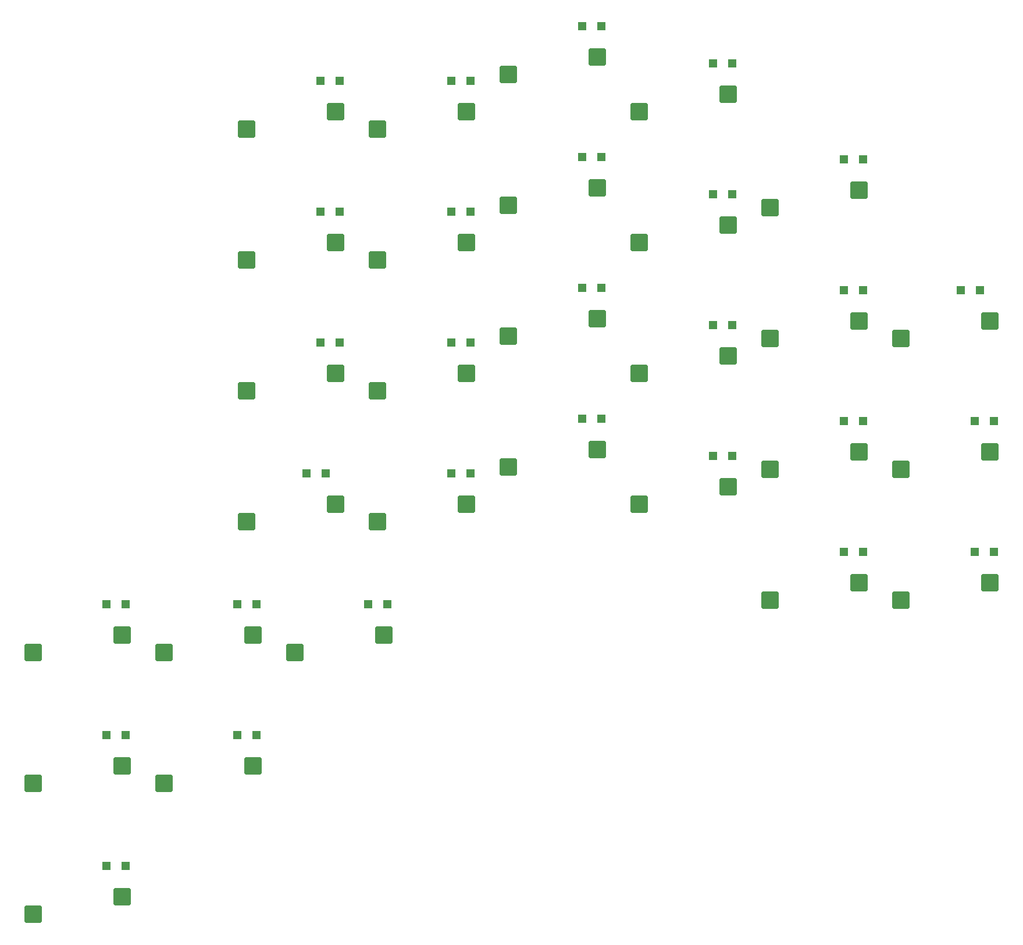
<source format=gbp>
G04 #@! TF.GenerationSoftware,KiCad,Pcbnew,8.0.6-8.0.6-0~ubuntu24.04.1*
G04 #@! TF.CreationDate,2025-02-09T13:24:36-05:00*
G04 #@! TF.ProjectId,keybird_right,6b657962-6972-4645-9f72-696768742e6b,rev?*
G04 #@! TF.SameCoordinates,Original*
G04 #@! TF.FileFunction,Paste,Bot*
G04 #@! TF.FilePolarity,Positive*
%FSLAX46Y46*%
G04 Gerber Fmt 4.6, Leading zero omitted, Abs format (unit mm)*
G04 Created by KiCad (PCBNEW 8.0.6-8.0.6-0~ubuntu24.04.1) date 2025-02-09 13:24:36*
%MOMM*%
%LPD*%
G01*
G04 APERTURE LIST*
G04 Aperture macros list*
%AMRoundRect*
0 Rectangle with rounded corners*
0 $1 Rounding radius*
0 $2 $3 $4 $5 $6 $7 $8 $9 X,Y pos of 4 corners*
0 Add a 4 corners polygon primitive as box body*
4,1,4,$2,$3,$4,$5,$6,$7,$8,$9,$2,$3,0*
0 Add four circle primitives for the rounded corners*
1,1,$1+$1,$2,$3*
1,1,$1+$1,$4,$5*
1,1,$1+$1,$6,$7*
1,1,$1+$1,$8,$9*
0 Add four rect primitives between the rounded corners*
20,1,$1+$1,$2,$3,$4,$5,0*
20,1,$1+$1,$4,$5,$6,$7,0*
20,1,$1+$1,$6,$7,$8,$9,0*
20,1,$1+$1,$8,$9,$2,$3,0*%
G04 Aperture macros list end*
%ADD10RoundRect,0.250000X-1.025000X-1.000000X1.025000X-1.000000X1.025000X1.000000X-1.025000X1.000000X0*%
%ADD11R,1.200000X1.200000*%
G04 APERTURE END LIST*
D10*
X232690050Y-100315000D03*
X245617050Y-97775000D03*
X137440050Y-88885000D03*
X150367050Y-86345000D03*
X213640050Y-81265000D03*
X226567050Y-78725000D03*
X137440050Y-107935000D03*
X150367050Y-105395000D03*
X144425050Y-126985000D03*
X157352050Y-124445000D03*
X175540050Y-80947500D03*
X188467050Y-78407500D03*
X156490050Y-107935000D03*
X169417050Y-105395000D03*
X194590050Y-105395000D03*
X207517050Y-102855000D03*
X156490050Y-69835000D03*
X169417050Y-67295000D03*
X194590050Y-86345000D03*
X207517050Y-83805000D03*
X175540050Y-42847500D03*
X188467050Y-40307500D03*
X137440050Y-69835000D03*
X150367050Y-67295000D03*
X213640050Y-62215000D03*
X226567050Y-59675000D03*
X232690050Y-81265000D03*
X245617050Y-78725000D03*
X125375050Y-146035000D03*
X138302050Y-143495000D03*
X213640050Y-119365000D03*
X226567050Y-116825000D03*
X232690050Y-119365000D03*
X245617050Y-116825000D03*
X125375050Y-126985000D03*
X138302050Y-124445000D03*
X175540050Y-61897500D03*
X188467050Y-59357500D03*
X156490050Y-88885000D03*
X169417050Y-86345000D03*
X194590050Y-67295000D03*
X207517050Y-64755000D03*
X194590050Y-48245000D03*
X207517050Y-45705000D03*
X106325050Y-146035000D03*
X119252050Y-143495000D03*
X106325050Y-126985000D03*
X119252050Y-124445000D03*
X156490000Y-50785000D03*
X169417000Y-48245000D03*
X175540050Y-99997500D03*
X188467050Y-97457500D03*
X137440000Y-50785000D03*
X150367000Y-48245000D03*
X106325050Y-165085000D03*
X119252050Y-162545000D03*
X213640050Y-100315000D03*
X226567050Y-97775000D03*
D11*
X224325050Y-112380000D03*
X227125050Y-112380000D03*
X186225050Y-54912500D03*
X189025050Y-54912500D03*
X205275050Y-41260000D03*
X208075050Y-41260000D03*
X186225050Y-93012500D03*
X189025050Y-93012500D03*
X167175050Y-62850000D03*
X169975050Y-62850000D03*
X167175000Y-43800000D03*
X169975000Y-43800000D03*
X224325050Y-74280000D03*
X227125050Y-74280000D03*
X224325050Y-55230000D03*
X227125050Y-55230000D03*
X205275050Y-98410000D03*
X208075050Y-98410000D03*
X243375050Y-93330000D03*
X246175050Y-93330000D03*
X117010050Y-120000000D03*
X119810050Y-120000000D03*
X146125050Y-100950000D03*
X148925050Y-100950000D03*
X205275050Y-79360000D03*
X208075050Y-79360000D03*
X148125050Y-62850000D03*
X150925050Y-62850000D03*
X186225050Y-35862500D03*
X189025050Y-35862500D03*
X136060050Y-120000000D03*
X138860050Y-120000000D03*
X243375050Y-112380000D03*
X246175050Y-112380000D03*
X224325050Y-93330000D03*
X227125050Y-93330000D03*
X155110050Y-120000000D03*
X157910050Y-120000000D03*
X136060050Y-139050000D03*
X138860050Y-139050000D03*
X167175050Y-100950000D03*
X169975050Y-100950000D03*
X186225050Y-73962500D03*
X189025050Y-73962500D03*
X148125000Y-43800000D03*
X150925000Y-43800000D03*
X205275050Y-60310000D03*
X208075050Y-60310000D03*
X148125050Y-81900000D03*
X150925050Y-81900000D03*
X117010050Y-158100000D03*
X119810050Y-158100000D03*
X167175050Y-81900000D03*
X169975050Y-81900000D03*
X241375050Y-74280000D03*
X244175050Y-74280000D03*
X117010050Y-139050000D03*
X119810050Y-139050000D03*
M02*

</source>
